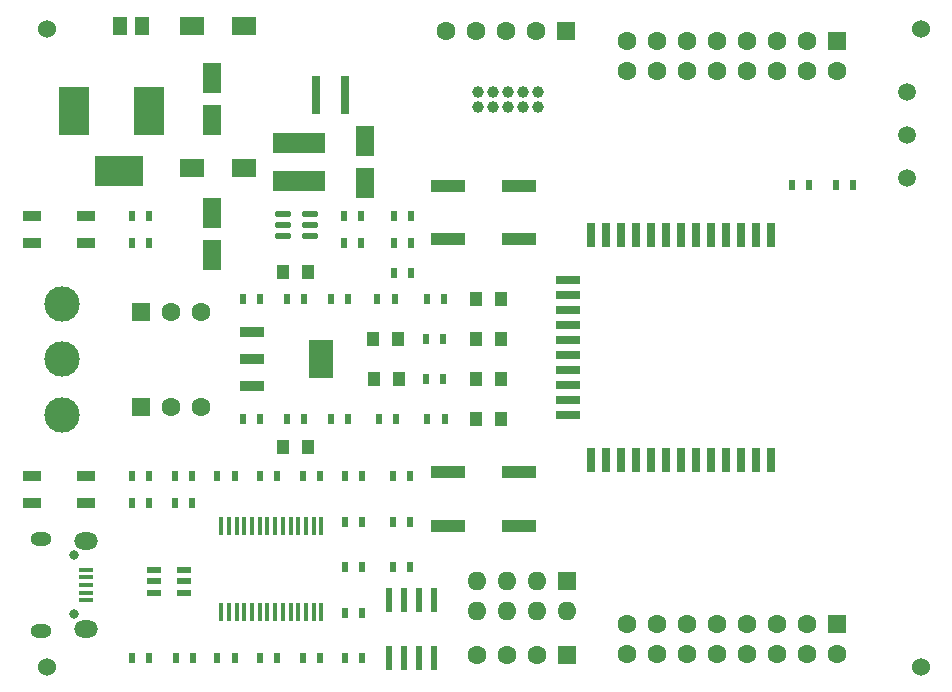
<source format=gbr>
%TF.GenerationSoftware,Altium Limited,Altium Designer,24.9.1 (31)*%
G04 Layer_Color=255*
%FSLAX45Y45*%
%MOMM*%
%TF.SameCoordinates,87F55232-172A-40C5-9850-FF0673041AA3*%
%TF.FilePolarity,Positive*%
%TF.FileFunction,Pads,Top*%
%TF.Part,Single*%
G01*
G75*
%TA.AperFunction,SMDPad,CuDef*%
%ADD10R,1.50000X0.90000*%
%ADD11R,0.80000X2.10000*%
%ADD12R,2.10000X0.80000*%
%TA.AperFunction,ConnectorPad*%
%ADD13R,0.65000X3.30000*%
%ADD14R,0.70000X3.30000*%
%TA.AperFunction,SMDPad,CuDef*%
%ADD15R,0.40000X1.50000*%
%ADD16R,4.50000X1.75000*%
%ADD17R,1.10000X1.20000*%
%ADD18R,0.55000X0.90000*%
%ADD19C,1.50000*%
%ADD20R,3.00000X1.00000*%
G04:AMPARAMS|DCode=21|XSize=1.21mm|YSize=0.59mm|CornerRadius=0.07375mm|HoleSize=0mm|Usage=FLASHONLY|Rotation=0.000|XOffset=0mm|YOffset=0mm|HoleType=Round|Shape=RoundedRectangle|*
%AMROUNDEDRECTD21*
21,1,1.21000,0.44250,0,0,0.0*
21,1,1.06250,0.59000,0,0,0.0*
1,1,0.14750,0.53125,-0.22125*
1,1,0.14750,-0.53125,-0.22125*
1,1,0.14750,-0.53125,0.22125*
1,1,0.14750,0.53125,0.22125*
%
%ADD21ROUNDEDRECTD21*%
%ADD22R,1.30000X0.45000*%
G04:AMPARAMS|DCode=23|XSize=1.97mm|YSize=0.59mm|CornerRadius=0.07375mm|HoleSize=0mm|Usage=FLASHONLY|Rotation=270.000|XOffset=0mm|YOffset=0mm|HoleType=Round|Shape=RoundedRectangle|*
%AMROUNDEDRECTD23*
21,1,1.97000,0.44250,0,0,270.0*
21,1,1.82250,0.59000,0,0,270.0*
1,1,0.14750,-0.22125,-0.91125*
1,1,0.14750,-0.22125,0.91125*
1,1,0.14750,0.22125,0.91125*
1,1,0.14750,0.22125,-0.91125*
%
%ADD23ROUNDEDRECTD23*%
%ADD24R,2.15000X0.90000*%
%ADD25R,2.15000X3.25000*%
%ADD26R,1.60000X2.60000*%
%ADD27R,2.10000X1.55000*%
%ADD28R,1.30000X1.50000*%
G04:AMPARAMS|DCode=29|XSize=1.37mm|YSize=0.59mm|CornerRadius=0.1475mm|HoleSize=0mm|Usage=FLASHONLY|Rotation=0.000|XOffset=0mm|YOffset=0mm|HoleType=Round|Shape=RoundedRectangle|*
%AMROUNDEDRECTD29*
21,1,1.37000,0.29500,0,0,0.0*
21,1,1.07500,0.59000,0,0,0.0*
1,1,0.29500,0.53750,-0.14750*
1,1,0.29500,-0.53750,-0.14750*
1,1,0.29500,-0.53750,0.14750*
1,1,0.29500,0.53750,0.14750*
%
%ADD29ROUNDEDRECTD29*%
%TA.AperFunction,ViaPad*%
%ADD36C,1.52400*%
%TA.AperFunction,ComponentPad*%
%ADD37R,1.60000X1.60000*%
%ADD38C,1.60000*%
%ADD39C,1.00000*%
%ADD40O,2.00000X1.45000*%
%ADD41O,1.80000X1.15000*%
%ADD42C,0.80000*%
%ADD43R,4.06400X2.54000*%
%ADD44R,2.54000X4.06400*%
%ADD45R,1.61000X1.60000*%
%ADD46O,1.61000X1.60000*%
%ADD47C,3.00000*%
D10*
X630000Y3887500D02*
D03*
X170000D02*
D03*
Y4112500D02*
D03*
X630000D02*
D03*
Y1687500D02*
D03*
X170000D02*
D03*
Y1912500D02*
D03*
X630000D02*
D03*
D11*
X6179820Y2048500D02*
D03*
X5798820D02*
D03*
X5671820D02*
D03*
X5544820D02*
D03*
X5417820D02*
D03*
X5290820D02*
D03*
X6306820D02*
D03*
X6433820D02*
D03*
X5925820D02*
D03*
X6052820D02*
D03*
X6433820Y3951500D02*
D03*
X6306820D02*
D03*
X6179820D02*
D03*
X6052820D02*
D03*
X5925820D02*
D03*
X5798820D02*
D03*
X5671820D02*
D03*
X5544820D02*
D03*
X5417820D02*
D03*
X5290820D02*
D03*
X5163820Y2048500D02*
D03*
Y3951500D02*
D03*
X5036820Y2048500D02*
D03*
Y3951500D02*
D03*
X4909820Y2048500D02*
D03*
Y3951500D02*
D03*
D12*
X4709820Y2428500D02*
D03*
Y2555500D02*
D03*
Y2682500D02*
D03*
Y2809500D02*
D03*
Y2936500D02*
D03*
Y3190500D02*
D03*
Y3317500D02*
D03*
Y3444500D02*
D03*
Y3063500D02*
D03*
Y3571500D02*
D03*
D13*
X2575000Y5140000D02*
D03*
D14*
X2825000D02*
D03*
D15*
X2622500Y1487500D02*
D03*
X2557500D02*
D03*
X2492500D02*
D03*
X2427500D02*
D03*
X2362500D02*
D03*
X2297500D02*
D03*
X2232500D02*
D03*
X2167500D02*
D03*
X2102500D02*
D03*
X2037500D02*
D03*
X1972500D02*
D03*
X1907500D02*
D03*
X1842500D02*
D03*
X1777500D02*
D03*
Y762500D02*
D03*
X1842500D02*
D03*
X1907500D02*
D03*
X1972500D02*
D03*
X2037500D02*
D03*
X2102500D02*
D03*
X2167500D02*
D03*
X2232500D02*
D03*
X2297500D02*
D03*
X2362500D02*
D03*
X2427500D02*
D03*
X2492500D02*
D03*
X2557500D02*
D03*
X2622500D02*
D03*
D16*
X2438400Y4734500D02*
D03*
Y4409500D02*
D03*
D17*
X3269460Y3073536D02*
D03*
X3059460D02*
D03*
X3933600Y2394510D02*
D03*
X4143600D02*
D03*
X3933600Y2734023D02*
D03*
X4143600D02*
D03*
X3933600Y3073536D02*
D03*
X4143600D02*
D03*
X3933600Y3413049D02*
D03*
X4143600D02*
D03*
X2303000Y3640000D02*
D03*
X2513000D02*
D03*
X2302920Y2156460D02*
D03*
X2512920D02*
D03*
X3069840Y2734023D02*
D03*
X3279840D02*
D03*
D18*
X2105900Y2395220D02*
D03*
X1960900D02*
D03*
X3384120Y3888210D02*
D03*
X3239120D02*
D03*
X3239660Y3632200D02*
D03*
X3384660D02*
D03*
X3239660Y4111790D02*
D03*
X3384660D02*
D03*
X2476445Y3413760D02*
D03*
X2331445D02*
D03*
X2105870D02*
D03*
X1960870D02*
D03*
X2609960Y1912620D02*
D03*
X2464960D02*
D03*
X3373960Y1142590D02*
D03*
X3228960D02*
D03*
X2825640Y755445D02*
D03*
X2970640D02*
D03*
X2825640Y1141170D02*
D03*
X2970640D02*
D03*
X1022240Y368300D02*
D03*
X1167240D02*
D03*
X2248740Y369720D02*
D03*
X2103740D02*
D03*
X1743600Y368300D02*
D03*
X1888600D02*
D03*
X1394240D02*
D03*
X1539240D02*
D03*
X2971180D02*
D03*
X2826180D02*
D03*
X2609960Y369720D02*
D03*
X2464960D02*
D03*
X2826180Y1525475D02*
D03*
X2971180D02*
D03*
X2970640Y1912620D02*
D03*
X2825640D02*
D03*
X3228960Y1912619D02*
D03*
X3373960D02*
D03*
X3374500Y1526185D02*
D03*
X3229500D02*
D03*
X1527920Y1686790D02*
D03*
X1382920D02*
D03*
X3243580Y3412340D02*
D03*
X3098580D02*
D03*
X3664060Y3413760D02*
D03*
X3519060D02*
D03*
X2847560Y3412340D02*
D03*
X2702560D02*
D03*
X3666600Y2393800D02*
D03*
X3521600D02*
D03*
X3653900Y2733313D02*
D03*
X3508900D02*
D03*
X3653900Y3072826D02*
D03*
X3508900D02*
D03*
X1527920Y1912620D02*
D03*
X1382920D02*
D03*
X2249280D02*
D03*
X2104280D02*
D03*
X1888600D02*
D03*
X1743600D02*
D03*
X6981080Y4376420D02*
D03*
X7126080D02*
D03*
X6751540D02*
D03*
X6606540D02*
D03*
X1167240Y1912620D02*
D03*
X1022240D02*
D03*
X1167240Y1686790D02*
D03*
X1022240D02*
D03*
X3253960Y2393800D02*
D03*
X3108960D02*
D03*
X2847560D02*
D03*
X2702560D02*
D03*
X2812940Y3888210D02*
D03*
X2957940D02*
D03*
X2960480Y4111790D02*
D03*
X2815480D02*
D03*
X1167240Y3886790D02*
D03*
X1022240D02*
D03*
X2331445Y2395220D02*
D03*
X2476445D02*
D03*
X1167240Y4111790D02*
D03*
X1022240D02*
D03*
D19*
X7579360Y4803140D02*
D03*
Y4434840D02*
D03*
Y5163820D02*
D03*
D20*
X4300000Y4370000D02*
D03*
Y3920000D02*
D03*
X3700000Y4370000D02*
D03*
Y3920000D02*
D03*
X4300000Y1943520D02*
D03*
Y1493520D02*
D03*
X3700000Y1943520D02*
D03*
Y1493520D02*
D03*
D21*
X1457960Y926080D02*
D03*
Y1116080D02*
D03*
X1206960D02*
D03*
Y1021080D02*
D03*
Y926080D02*
D03*
X1457960Y1021080D02*
D03*
D22*
X632900Y990600D02*
D03*
Y1055600D02*
D03*
Y1120600D02*
D03*
Y860600D02*
D03*
Y925600D02*
D03*
D23*
X3581400Y368300D02*
D03*
X3454400D02*
D03*
X3327400D02*
D03*
X3200400D02*
D03*
Y863300D02*
D03*
X3327400D02*
D03*
X3454400D02*
D03*
X3581400D02*
D03*
D24*
X2033640Y3129000D02*
D03*
Y2900000D02*
D03*
Y2671000D02*
D03*
D25*
X2619640Y2900000D02*
D03*
D26*
X2997200Y4752000D02*
D03*
Y4392000D02*
D03*
X1701800Y4925400D02*
D03*
Y5285400D02*
D03*
Y4142400D02*
D03*
Y3782400D02*
D03*
D27*
X1532600Y4521200D02*
D03*
X1972600D02*
D03*
Y5723830D02*
D03*
X1532600D02*
D03*
D28*
X1105920Y5720080D02*
D03*
X916940Y5720080D02*
D03*
D29*
X2296000Y4133600D02*
D03*
Y4038600D02*
D03*
Y3943600D02*
D03*
X2530000D02*
D03*
Y4038600D02*
D03*
Y4133600D02*
D03*
D36*
X7700000Y300000D02*
D03*
Y5700000D02*
D03*
X300000Y300000D02*
D03*
Y5700000D02*
D03*
D37*
X6989000Y5597000D02*
D03*
X4699000Y5676900D02*
D03*
X4700000Y400000D02*
D03*
X1099820Y2500000D02*
D03*
Y3300000D02*
D03*
X6989000Y657000D02*
D03*
D38*
X6735000Y5597000D02*
D03*
X6481000D02*
D03*
X6227000D02*
D03*
X5973000D02*
D03*
X5719000D02*
D03*
X5465000D02*
D03*
X5211000D02*
D03*
Y5343000D02*
D03*
X5465000D02*
D03*
X5719000D02*
D03*
X5973000D02*
D03*
X6227000D02*
D03*
X6481000D02*
D03*
X6735000D02*
D03*
X6989000D02*
D03*
X3683000Y5676900D02*
D03*
X3937000D02*
D03*
X4191000D02*
D03*
X4445000D02*
D03*
X4446000Y400000D02*
D03*
X4192000D02*
D03*
X3938000D02*
D03*
X1607820Y2500000D02*
D03*
X1353820D02*
D03*
X1607820Y3300000D02*
D03*
X1353820D02*
D03*
X6989000Y403000D02*
D03*
X6735000D02*
D03*
X6481000D02*
D03*
X6227000D02*
D03*
X5973000D02*
D03*
X5719000D02*
D03*
X5465000D02*
D03*
X5211000D02*
D03*
Y657000D02*
D03*
X5465000D02*
D03*
X5719000D02*
D03*
X5973000D02*
D03*
X6227000D02*
D03*
X6481000D02*
D03*
X6735000D02*
D03*
D39*
X4454000Y5163500D02*
D03*
X4327000D02*
D03*
X4200000D02*
D03*
X4073000D02*
D03*
X3946000D02*
D03*
X4454000Y5036500D02*
D03*
X4327000D02*
D03*
X4200000D02*
D03*
X4073000D02*
D03*
X3946000D02*
D03*
D40*
X632900Y1363100D02*
D03*
Y618100D02*
D03*
D41*
X252900Y1378100D02*
D03*
Y603100D02*
D03*
D42*
X527900Y1240600D02*
D03*
Y740600D02*
D03*
D43*
X913500Y4496000D02*
D03*
D44*
X532500Y5004000D02*
D03*
X1167500D02*
D03*
D45*
X4701000Y1027000D02*
D03*
D46*
X4447000D02*
D03*
X4193000D02*
D03*
X3939000D02*
D03*
Y773000D02*
D03*
X4193000D02*
D03*
X4447000D02*
D03*
X4701000D02*
D03*
D47*
X431800Y3370000D02*
D03*
Y2430000D02*
D03*
Y2900000D02*
D03*
%TF.MD5,834b5fe40f518ec480ea891a02ad05a0*%
M02*

</source>
